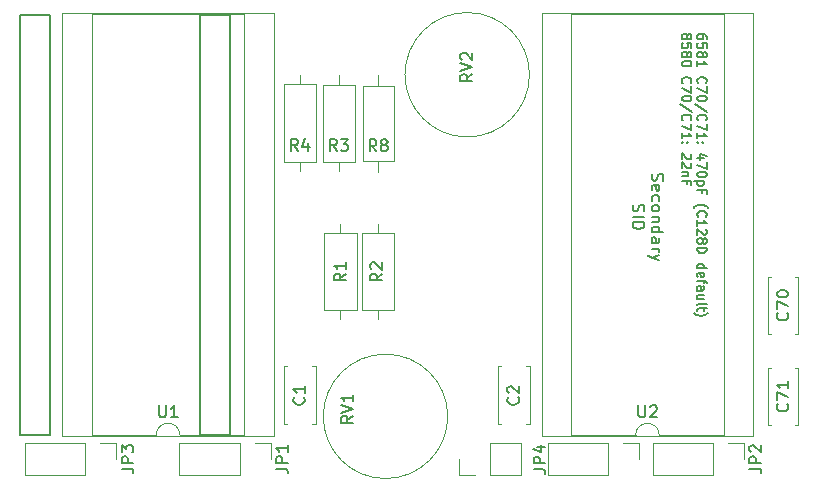
<source format=gto>
G04 #@! TF.GenerationSoftware,KiCad,Pcbnew,(6.0.5)*
G04 #@! TF.CreationDate,2023-10-24T22:29:54+02:00*
G04 #@! TF.ProjectId,C128DCR Dual SID,43313238-4443-4522-9044-75616c205349,D*
G04 #@! TF.SameCoordinates,Original*
G04 #@! TF.FileFunction,Legend,Top*
G04 #@! TF.FilePolarity,Positive*
%FSLAX46Y46*%
G04 Gerber Fmt 4.6, Leading zero omitted, Abs format (unit mm)*
G04 Created by KiCad (PCBNEW (6.0.5)) date 2023-10-24 22:29:54*
%MOMM*%
%LPD*%
G01*
G04 APERTURE LIST*
%ADD10C,0.150000*%
%ADD11C,0.120000*%
%ADD12R,1.600000X1.600000*%
%ADD13O,1.600000X1.600000*%
%ADD14C,1.600000*%
%ADD15R,1.700000X1.700000*%
%ADD16O,1.700000X1.700000*%
%ADD17C,2.340000*%
%ADD18C,2.500000*%
G04 APERTURE END LIST*
D10*
X158896238Y-102452942D02*
X158848619Y-102595800D01*
X158848619Y-102833895D01*
X158896238Y-102929133D01*
X158943857Y-102976752D01*
X159039095Y-103024371D01*
X159134333Y-103024371D01*
X159229571Y-102976752D01*
X159277190Y-102929133D01*
X159324809Y-102833895D01*
X159372428Y-102643419D01*
X159420047Y-102548180D01*
X159467666Y-102500561D01*
X159562904Y-102452942D01*
X159658142Y-102452942D01*
X159753380Y-102500561D01*
X159801000Y-102548180D01*
X159848619Y-102643419D01*
X159848619Y-102881514D01*
X159801000Y-103024371D01*
X158896238Y-103833895D02*
X158848619Y-103738657D01*
X158848619Y-103548180D01*
X158896238Y-103452942D01*
X158991476Y-103405323D01*
X159372428Y-103405323D01*
X159467666Y-103452942D01*
X159515285Y-103548180D01*
X159515285Y-103738657D01*
X159467666Y-103833895D01*
X159372428Y-103881514D01*
X159277190Y-103881514D01*
X159181952Y-103405323D01*
X158896238Y-104738657D02*
X158848619Y-104643419D01*
X158848619Y-104452942D01*
X158896238Y-104357704D01*
X158943857Y-104310085D01*
X159039095Y-104262466D01*
X159324809Y-104262466D01*
X159420047Y-104310085D01*
X159467666Y-104357704D01*
X159515285Y-104452942D01*
X159515285Y-104643419D01*
X159467666Y-104738657D01*
X158848619Y-105310085D02*
X158896238Y-105214847D01*
X158943857Y-105167228D01*
X159039095Y-105119609D01*
X159324809Y-105119609D01*
X159420047Y-105167228D01*
X159467666Y-105214847D01*
X159515285Y-105310085D01*
X159515285Y-105452942D01*
X159467666Y-105548180D01*
X159420047Y-105595800D01*
X159324809Y-105643419D01*
X159039095Y-105643419D01*
X158943857Y-105595800D01*
X158896238Y-105548180D01*
X158848619Y-105452942D01*
X158848619Y-105310085D01*
X159515285Y-106071990D02*
X158848619Y-106071990D01*
X159420047Y-106071990D02*
X159467666Y-106119609D01*
X159515285Y-106214847D01*
X159515285Y-106357704D01*
X159467666Y-106452942D01*
X159372428Y-106500561D01*
X158848619Y-106500561D01*
X158848619Y-107405323D02*
X159848619Y-107405323D01*
X158896238Y-107405323D02*
X158848619Y-107310085D01*
X158848619Y-107119609D01*
X158896238Y-107024371D01*
X158943857Y-106976752D01*
X159039095Y-106929133D01*
X159324809Y-106929133D01*
X159420047Y-106976752D01*
X159467666Y-107024371D01*
X159515285Y-107119609D01*
X159515285Y-107310085D01*
X159467666Y-107405323D01*
X158848619Y-108310085D02*
X159372428Y-108310085D01*
X159467666Y-108262466D01*
X159515285Y-108167228D01*
X159515285Y-107976752D01*
X159467666Y-107881514D01*
X158896238Y-108310085D02*
X158848619Y-108214847D01*
X158848619Y-107976752D01*
X158896238Y-107881514D01*
X158991476Y-107833895D01*
X159086714Y-107833895D01*
X159181952Y-107881514D01*
X159229571Y-107976752D01*
X159229571Y-108214847D01*
X159277190Y-108310085D01*
X158848619Y-108786276D02*
X159515285Y-108786276D01*
X159324809Y-108786276D02*
X159420047Y-108833895D01*
X159467666Y-108881514D01*
X159515285Y-108976752D01*
X159515285Y-109071990D01*
X159515285Y-109310085D02*
X158848619Y-109548180D01*
X159515285Y-109786276D02*
X158848619Y-109548180D01*
X158610523Y-109452942D01*
X158562904Y-109405323D01*
X158515285Y-109310085D01*
X157286238Y-105071990D02*
X157238619Y-105214847D01*
X157238619Y-105452942D01*
X157286238Y-105548180D01*
X157333857Y-105595800D01*
X157429095Y-105643419D01*
X157524333Y-105643419D01*
X157619571Y-105595800D01*
X157667190Y-105548180D01*
X157714809Y-105452942D01*
X157762428Y-105262466D01*
X157810047Y-105167228D01*
X157857666Y-105119609D01*
X157952904Y-105071990D01*
X158048142Y-105071990D01*
X158143380Y-105119609D01*
X158191000Y-105167228D01*
X158238619Y-105262466D01*
X158238619Y-105500561D01*
X158191000Y-105643419D01*
X157238619Y-106071990D02*
X158238619Y-106071990D01*
X157238619Y-106548180D02*
X158238619Y-106548180D01*
X158238619Y-106786276D01*
X158191000Y-106929133D01*
X158095761Y-107024371D01*
X158000523Y-107071990D01*
X157810047Y-107119609D01*
X157667190Y-107119609D01*
X157476714Y-107071990D01*
X157381476Y-107024371D01*
X157286238Y-106929133D01*
X157238619Y-106786276D01*
X157238619Y-106548180D01*
X163515095Y-91004033D02*
X163515095Y-90851652D01*
X163477000Y-90775461D01*
X163438904Y-90737366D01*
X163324619Y-90661176D01*
X163172238Y-90623080D01*
X162867476Y-90623080D01*
X162791285Y-90661176D01*
X162753190Y-90699271D01*
X162715095Y-90775461D01*
X162715095Y-90927842D01*
X162753190Y-91004033D01*
X162791285Y-91042128D01*
X162867476Y-91080223D01*
X163057952Y-91080223D01*
X163134142Y-91042128D01*
X163172238Y-91004033D01*
X163210333Y-90927842D01*
X163210333Y-90775461D01*
X163172238Y-90699271D01*
X163134142Y-90661176D01*
X163057952Y-90623080D01*
X163515095Y-91804033D02*
X163515095Y-91423080D01*
X163134142Y-91384985D01*
X163172238Y-91423080D01*
X163210333Y-91499271D01*
X163210333Y-91689747D01*
X163172238Y-91765938D01*
X163134142Y-91804033D01*
X163057952Y-91842128D01*
X162867476Y-91842128D01*
X162791285Y-91804033D01*
X162753190Y-91765938D01*
X162715095Y-91689747D01*
X162715095Y-91499271D01*
X162753190Y-91423080D01*
X162791285Y-91384985D01*
X163172238Y-92299271D02*
X163210333Y-92223080D01*
X163248428Y-92184985D01*
X163324619Y-92146890D01*
X163362714Y-92146890D01*
X163438904Y-92184985D01*
X163477000Y-92223080D01*
X163515095Y-92299271D01*
X163515095Y-92451652D01*
X163477000Y-92527842D01*
X163438904Y-92565938D01*
X163362714Y-92604033D01*
X163324619Y-92604033D01*
X163248428Y-92565938D01*
X163210333Y-92527842D01*
X163172238Y-92451652D01*
X163172238Y-92299271D01*
X163134142Y-92223080D01*
X163096047Y-92184985D01*
X163019857Y-92146890D01*
X162867476Y-92146890D01*
X162791285Y-92184985D01*
X162753190Y-92223080D01*
X162715095Y-92299271D01*
X162715095Y-92451652D01*
X162753190Y-92527842D01*
X162791285Y-92565938D01*
X162867476Y-92604033D01*
X163019857Y-92604033D01*
X163096047Y-92565938D01*
X163134142Y-92527842D01*
X163172238Y-92451652D01*
X162715095Y-93365938D02*
X162715095Y-92908795D01*
X162715095Y-93137366D02*
X163515095Y-93137366D01*
X163400809Y-93061176D01*
X163324619Y-92984985D01*
X163286523Y-92908795D01*
X162791285Y-94775461D02*
X162753190Y-94737366D01*
X162715095Y-94623080D01*
X162715095Y-94546890D01*
X162753190Y-94432604D01*
X162829380Y-94356414D01*
X162905571Y-94318319D01*
X163057952Y-94280223D01*
X163172238Y-94280223D01*
X163324619Y-94318319D01*
X163400809Y-94356414D01*
X163477000Y-94432604D01*
X163515095Y-94546890D01*
X163515095Y-94623080D01*
X163477000Y-94737366D01*
X163438904Y-94775461D01*
X163515095Y-95042128D02*
X163515095Y-95575461D01*
X162715095Y-95232604D01*
X163515095Y-96032604D02*
X163515095Y-96108795D01*
X163477000Y-96184985D01*
X163438904Y-96223080D01*
X163362714Y-96261176D01*
X163210333Y-96299271D01*
X163019857Y-96299271D01*
X162867476Y-96261176D01*
X162791285Y-96223080D01*
X162753190Y-96184985D01*
X162715095Y-96108795D01*
X162715095Y-96032604D01*
X162753190Y-95956414D01*
X162791285Y-95918319D01*
X162867476Y-95880223D01*
X163019857Y-95842128D01*
X163210333Y-95842128D01*
X163362714Y-95880223D01*
X163438904Y-95918319D01*
X163477000Y-95956414D01*
X163515095Y-96032604D01*
X163553190Y-97213557D02*
X162524619Y-96527842D01*
X162791285Y-97937366D02*
X162753190Y-97899271D01*
X162715095Y-97784985D01*
X162715095Y-97708795D01*
X162753190Y-97594509D01*
X162829380Y-97518319D01*
X162905571Y-97480223D01*
X163057952Y-97442128D01*
X163172238Y-97442128D01*
X163324619Y-97480223D01*
X163400809Y-97518319D01*
X163477000Y-97594509D01*
X163515095Y-97708795D01*
X163515095Y-97784985D01*
X163477000Y-97899271D01*
X163438904Y-97937366D01*
X163515095Y-98204033D02*
X163515095Y-98737366D01*
X162715095Y-98394509D01*
X162715095Y-99461176D02*
X162715095Y-99004033D01*
X162715095Y-99232604D02*
X163515095Y-99232604D01*
X163400809Y-99156414D01*
X163324619Y-99080223D01*
X163286523Y-99004033D01*
X162791285Y-99804033D02*
X162753190Y-99842128D01*
X162715095Y-99804033D01*
X162753190Y-99765938D01*
X162791285Y-99804033D01*
X162715095Y-99804033D01*
X163210333Y-99804033D02*
X163172238Y-99842128D01*
X163134142Y-99804033D01*
X163172238Y-99765938D01*
X163210333Y-99804033D01*
X163134142Y-99804033D01*
X163248428Y-101137366D02*
X162715095Y-101137366D01*
X163553190Y-100946890D02*
X162981761Y-100756414D01*
X162981761Y-101251652D01*
X163515095Y-101480223D02*
X163515095Y-102013557D01*
X162715095Y-101670700D01*
X163515095Y-102470700D02*
X163515095Y-102546890D01*
X163477000Y-102623080D01*
X163438904Y-102661176D01*
X163362714Y-102699271D01*
X163210333Y-102737366D01*
X163019857Y-102737366D01*
X162867476Y-102699271D01*
X162791285Y-102661176D01*
X162753190Y-102623080D01*
X162715095Y-102546890D01*
X162715095Y-102470700D01*
X162753190Y-102394509D01*
X162791285Y-102356414D01*
X162867476Y-102318319D01*
X163019857Y-102280223D01*
X163210333Y-102280223D01*
X163362714Y-102318319D01*
X163438904Y-102356414D01*
X163477000Y-102394509D01*
X163515095Y-102470700D01*
X163248428Y-103080223D02*
X162448428Y-103080223D01*
X163210333Y-103080223D02*
X163248428Y-103156414D01*
X163248428Y-103308795D01*
X163210333Y-103384985D01*
X163172238Y-103423080D01*
X163096047Y-103461176D01*
X162867476Y-103461176D01*
X162791285Y-103423080D01*
X162753190Y-103384985D01*
X162715095Y-103308795D01*
X162715095Y-103156414D01*
X162753190Y-103080223D01*
X163134142Y-104070700D02*
X163134142Y-103804033D01*
X162715095Y-103804033D02*
X163515095Y-103804033D01*
X163515095Y-104184985D01*
X162410333Y-105327842D02*
X162448428Y-105289747D01*
X162562714Y-105213557D01*
X162638904Y-105175461D01*
X162753190Y-105137366D01*
X162943666Y-105099271D01*
X163096047Y-105099271D01*
X163286523Y-105137366D01*
X163400809Y-105175461D01*
X163477000Y-105213557D01*
X163591285Y-105289747D01*
X163629380Y-105327842D01*
X162791285Y-106089747D02*
X162753190Y-106051652D01*
X162715095Y-105937366D01*
X162715095Y-105861176D01*
X162753190Y-105746890D01*
X162829380Y-105670700D01*
X162905571Y-105632604D01*
X163057952Y-105594509D01*
X163172238Y-105594509D01*
X163324619Y-105632604D01*
X163400809Y-105670700D01*
X163477000Y-105746890D01*
X163515095Y-105861176D01*
X163515095Y-105937366D01*
X163477000Y-106051652D01*
X163438904Y-106089747D01*
X162715095Y-106851652D02*
X162715095Y-106394509D01*
X162715095Y-106623080D02*
X163515095Y-106623080D01*
X163400809Y-106546890D01*
X163324619Y-106470700D01*
X163286523Y-106394509D01*
X163438904Y-107156414D02*
X163477000Y-107194509D01*
X163515095Y-107270700D01*
X163515095Y-107461176D01*
X163477000Y-107537366D01*
X163438904Y-107575461D01*
X163362714Y-107613557D01*
X163286523Y-107613557D01*
X163172238Y-107575461D01*
X162715095Y-107118319D01*
X162715095Y-107613557D01*
X163172238Y-108070700D02*
X163210333Y-107994509D01*
X163248428Y-107956414D01*
X163324619Y-107918319D01*
X163362714Y-107918319D01*
X163438904Y-107956414D01*
X163477000Y-107994509D01*
X163515095Y-108070700D01*
X163515095Y-108223080D01*
X163477000Y-108299271D01*
X163438904Y-108337366D01*
X163362714Y-108375461D01*
X163324619Y-108375461D01*
X163248428Y-108337366D01*
X163210333Y-108299271D01*
X163172238Y-108223080D01*
X163172238Y-108070700D01*
X163134142Y-107994509D01*
X163096047Y-107956414D01*
X163019857Y-107918319D01*
X162867476Y-107918319D01*
X162791285Y-107956414D01*
X162753190Y-107994509D01*
X162715095Y-108070700D01*
X162715095Y-108223080D01*
X162753190Y-108299271D01*
X162791285Y-108337366D01*
X162867476Y-108375461D01*
X163019857Y-108375461D01*
X163096047Y-108337366D01*
X163134142Y-108299271D01*
X163172238Y-108223080D01*
X162715095Y-108718319D02*
X163515095Y-108718319D01*
X163515095Y-108908795D01*
X163477000Y-109023080D01*
X163400809Y-109099271D01*
X163324619Y-109137366D01*
X163172238Y-109175461D01*
X163057952Y-109175461D01*
X162905571Y-109137366D01*
X162829380Y-109099271D01*
X162753190Y-109023080D01*
X162715095Y-108908795D01*
X162715095Y-108718319D01*
X162715095Y-110470700D02*
X163515095Y-110470700D01*
X162753190Y-110470700D02*
X162715095Y-110394509D01*
X162715095Y-110242128D01*
X162753190Y-110165938D01*
X162791285Y-110127842D01*
X162867476Y-110089747D01*
X163096047Y-110089747D01*
X163172238Y-110127842D01*
X163210333Y-110165938D01*
X163248428Y-110242128D01*
X163248428Y-110394509D01*
X163210333Y-110470700D01*
X162753190Y-111156414D02*
X162715095Y-111080223D01*
X162715095Y-110927842D01*
X162753190Y-110851652D01*
X162829380Y-110813557D01*
X163134142Y-110813557D01*
X163210333Y-110851652D01*
X163248428Y-110927842D01*
X163248428Y-111080223D01*
X163210333Y-111156414D01*
X163134142Y-111194509D01*
X163057952Y-111194509D01*
X162981761Y-110813557D01*
X163248428Y-111423080D02*
X163248428Y-111727842D01*
X162715095Y-111537366D02*
X163400809Y-111537366D01*
X163477000Y-111575461D01*
X163515095Y-111651652D01*
X163515095Y-111727842D01*
X162715095Y-112337366D02*
X163134142Y-112337366D01*
X163210333Y-112299271D01*
X163248428Y-112223080D01*
X163248428Y-112070700D01*
X163210333Y-111994509D01*
X162753190Y-112337366D02*
X162715095Y-112261176D01*
X162715095Y-112070700D01*
X162753190Y-111994509D01*
X162829380Y-111956414D01*
X162905571Y-111956414D01*
X162981761Y-111994509D01*
X163019857Y-112070700D01*
X163019857Y-112261176D01*
X163057952Y-112337366D01*
X163248428Y-113061176D02*
X162715095Y-113061176D01*
X163248428Y-112718319D02*
X162829380Y-112718319D01*
X162753190Y-112756414D01*
X162715095Y-112832604D01*
X162715095Y-112946890D01*
X162753190Y-113023080D01*
X162791285Y-113061176D01*
X162715095Y-113556414D02*
X162753190Y-113480223D01*
X162829380Y-113442128D01*
X163515095Y-113442128D01*
X163248428Y-113746890D02*
X163248428Y-114051652D01*
X163515095Y-113861176D02*
X162829380Y-113861176D01*
X162753190Y-113899271D01*
X162715095Y-113975461D01*
X162715095Y-114051652D01*
X162410333Y-114242128D02*
X162448428Y-114280223D01*
X162562714Y-114356414D01*
X162638904Y-114394509D01*
X162753190Y-114432604D01*
X162943666Y-114470700D01*
X163096047Y-114470700D01*
X163286523Y-114432604D01*
X163400809Y-114394509D01*
X163477000Y-114356414D01*
X163591285Y-114280223D01*
X163629380Y-114242128D01*
X161884238Y-90775461D02*
X161922333Y-90699271D01*
X161960428Y-90661176D01*
X162036619Y-90623080D01*
X162074714Y-90623080D01*
X162150904Y-90661176D01*
X162189000Y-90699271D01*
X162227095Y-90775461D01*
X162227095Y-90927842D01*
X162189000Y-91004033D01*
X162150904Y-91042128D01*
X162074714Y-91080223D01*
X162036619Y-91080223D01*
X161960428Y-91042128D01*
X161922333Y-91004033D01*
X161884238Y-90927842D01*
X161884238Y-90775461D01*
X161846142Y-90699271D01*
X161808047Y-90661176D01*
X161731857Y-90623080D01*
X161579476Y-90623080D01*
X161503285Y-90661176D01*
X161465190Y-90699271D01*
X161427095Y-90775461D01*
X161427095Y-90927842D01*
X161465190Y-91004033D01*
X161503285Y-91042128D01*
X161579476Y-91080223D01*
X161731857Y-91080223D01*
X161808047Y-91042128D01*
X161846142Y-91004033D01*
X161884238Y-90927842D01*
X162227095Y-91804033D02*
X162227095Y-91423080D01*
X161846142Y-91384985D01*
X161884238Y-91423080D01*
X161922333Y-91499271D01*
X161922333Y-91689747D01*
X161884238Y-91765938D01*
X161846142Y-91804033D01*
X161769952Y-91842128D01*
X161579476Y-91842128D01*
X161503285Y-91804033D01*
X161465190Y-91765938D01*
X161427095Y-91689747D01*
X161427095Y-91499271D01*
X161465190Y-91423080D01*
X161503285Y-91384985D01*
X161884238Y-92299271D02*
X161922333Y-92223080D01*
X161960428Y-92184985D01*
X162036619Y-92146890D01*
X162074714Y-92146890D01*
X162150904Y-92184985D01*
X162189000Y-92223080D01*
X162227095Y-92299271D01*
X162227095Y-92451652D01*
X162189000Y-92527842D01*
X162150904Y-92565938D01*
X162074714Y-92604033D01*
X162036619Y-92604033D01*
X161960428Y-92565938D01*
X161922333Y-92527842D01*
X161884238Y-92451652D01*
X161884238Y-92299271D01*
X161846142Y-92223080D01*
X161808047Y-92184985D01*
X161731857Y-92146890D01*
X161579476Y-92146890D01*
X161503285Y-92184985D01*
X161465190Y-92223080D01*
X161427095Y-92299271D01*
X161427095Y-92451652D01*
X161465190Y-92527842D01*
X161503285Y-92565938D01*
X161579476Y-92604033D01*
X161731857Y-92604033D01*
X161808047Y-92565938D01*
X161846142Y-92527842D01*
X161884238Y-92451652D01*
X162227095Y-93099271D02*
X162227095Y-93175461D01*
X162189000Y-93251652D01*
X162150904Y-93289747D01*
X162074714Y-93327842D01*
X161922333Y-93365938D01*
X161731857Y-93365938D01*
X161579476Y-93327842D01*
X161503285Y-93289747D01*
X161465190Y-93251652D01*
X161427095Y-93175461D01*
X161427095Y-93099271D01*
X161465190Y-93023080D01*
X161503285Y-92984985D01*
X161579476Y-92946890D01*
X161731857Y-92908795D01*
X161922333Y-92908795D01*
X162074714Y-92946890D01*
X162150904Y-92984985D01*
X162189000Y-93023080D01*
X162227095Y-93099271D01*
X161503285Y-94775461D02*
X161465190Y-94737366D01*
X161427095Y-94623080D01*
X161427095Y-94546890D01*
X161465190Y-94432604D01*
X161541380Y-94356414D01*
X161617571Y-94318319D01*
X161769952Y-94280223D01*
X161884238Y-94280223D01*
X162036619Y-94318319D01*
X162112809Y-94356414D01*
X162189000Y-94432604D01*
X162227095Y-94546890D01*
X162227095Y-94623080D01*
X162189000Y-94737366D01*
X162150904Y-94775461D01*
X162227095Y-95042128D02*
X162227095Y-95575461D01*
X161427095Y-95232604D01*
X162227095Y-96032604D02*
X162227095Y-96108795D01*
X162189000Y-96184985D01*
X162150904Y-96223080D01*
X162074714Y-96261176D01*
X161922333Y-96299271D01*
X161731857Y-96299271D01*
X161579476Y-96261176D01*
X161503285Y-96223080D01*
X161465190Y-96184985D01*
X161427095Y-96108795D01*
X161427095Y-96032604D01*
X161465190Y-95956414D01*
X161503285Y-95918319D01*
X161579476Y-95880223D01*
X161731857Y-95842128D01*
X161922333Y-95842128D01*
X162074714Y-95880223D01*
X162150904Y-95918319D01*
X162189000Y-95956414D01*
X162227095Y-96032604D01*
X162265190Y-97213557D02*
X161236619Y-96527842D01*
X161503285Y-97937366D02*
X161465190Y-97899271D01*
X161427095Y-97784985D01*
X161427095Y-97708795D01*
X161465190Y-97594509D01*
X161541380Y-97518319D01*
X161617571Y-97480223D01*
X161769952Y-97442128D01*
X161884238Y-97442128D01*
X162036619Y-97480223D01*
X162112809Y-97518319D01*
X162189000Y-97594509D01*
X162227095Y-97708795D01*
X162227095Y-97784985D01*
X162189000Y-97899271D01*
X162150904Y-97937366D01*
X162227095Y-98204033D02*
X162227095Y-98737366D01*
X161427095Y-98394509D01*
X161427095Y-99461176D02*
X161427095Y-99004033D01*
X161427095Y-99232604D02*
X162227095Y-99232604D01*
X162112809Y-99156414D01*
X162036619Y-99080223D01*
X161998523Y-99004033D01*
X161503285Y-99804033D02*
X161465190Y-99842128D01*
X161427095Y-99804033D01*
X161465190Y-99765938D01*
X161503285Y-99804033D01*
X161427095Y-99804033D01*
X161922333Y-99804033D02*
X161884238Y-99842128D01*
X161846142Y-99804033D01*
X161884238Y-99765938D01*
X161922333Y-99804033D01*
X161846142Y-99804033D01*
X162150904Y-100756414D02*
X162189000Y-100794509D01*
X162227095Y-100870700D01*
X162227095Y-101061176D01*
X162189000Y-101137366D01*
X162150904Y-101175461D01*
X162074714Y-101213557D01*
X161998523Y-101213557D01*
X161884238Y-101175461D01*
X161427095Y-100718319D01*
X161427095Y-101213557D01*
X162150904Y-101518319D02*
X162189000Y-101556414D01*
X162227095Y-101632604D01*
X162227095Y-101823080D01*
X162189000Y-101899271D01*
X162150904Y-101937366D01*
X162074714Y-101975461D01*
X161998523Y-101975461D01*
X161884238Y-101937366D01*
X161427095Y-101480223D01*
X161427095Y-101975461D01*
X161960428Y-102318319D02*
X161427095Y-102318319D01*
X161884238Y-102318319D02*
X161922333Y-102356414D01*
X161960428Y-102432604D01*
X161960428Y-102546890D01*
X161922333Y-102623080D01*
X161846142Y-102661176D01*
X161427095Y-102661176D01*
X161846142Y-103308795D02*
X161846142Y-103042128D01*
X161427095Y-103042128D02*
X162227095Y-103042128D01*
X162227095Y-103423080D01*
X170333942Y-114231657D02*
X170381561Y-114279276D01*
X170429180Y-114422133D01*
X170429180Y-114517371D01*
X170381561Y-114660228D01*
X170286323Y-114755466D01*
X170191085Y-114803085D01*
X170000609Y-114850704D01*
X169857752Y-114850704D01*
X169667276Y-114803085D01*
X169572038Y-114755466D01*
X169476800Y-114660228D01*
X169429180Y-114517371D01*
X169429180Y-114422133D01*
X169476800Y-114279276D01*
X169524419Y-114231657D01*
X169429180Y-113898323D02*
X169429180Y-113231657D01*
X170429180Y-113660228D01*
X169429180Y-112660228D02*
X169429180Y-112564990D01*
X169476800Y-112469752D01*
X169524419Y-112422133D01*
X169619657Y-112374514D01*
X169810133Y-112326895D01*
X170048228Y-112326895D01*
X170238704Y-112374514D01*
X170333942Y-112422133D01*
X170381561Y-112469752D01*
X170429180Y-112564990D01*
X170429180Y-112660228D01*
X170381561Y-112755466D01*
X170333942Y-112803085D01*
X170238704Y-112850704D01*
X170048228Y-112898323D01*
X169810133Y-112898323D01*
X169619657Y-112850704D01*
X169524419Y-112803085D01*
X169476800Y-112755466D01*
X169429180Y-112660228D01*
X170333942Y-121927857D02*
X170381561Y-121975476D01*
X170429180Y-122118333D01*
X170429180Y-122213571D01*
X170381561Y-122356428D01*
X170286323Y-122451666D01*
X170191085Y-122499285D01*
X170000609Y-122546904D01*
X169857752Y-122546904D01*
X169667276Y-122499285D01*
X169572038Y-122451666D01*
X169476800Y-122356428D01*
X169429180Y-122213571D01*
X169429180Y-122118333D01*
X169476800Y-121975476D01*
X169524419Y-121927857D01*
X169429180Y-121594523D02*
X169429180Y-120927857D01*
X170429180Y-121356428D01*
X170429180Y-120023095D02*
X170429180Y-120594523D01*
X170429180Y-120308809D02*
X169429180Y-120308809D01*
X169572038Y-120404047D01*
X169667276Y-120499285D01*
X169714895Y-120594523D01*
X135545533Y-100548380D02*
X135212200Y-100072190D01*
X134974104Y-100548380D02*
X134974104Y-99548380D01*
X135355057Y-99548380D01*
X135450295Y-99596000D01*
X135497914Y-99643619D01*
X135545533Y-99738857D01*
X135545533Y-99881714D01*
X135497914Y-99976952D01*
X135450295Y-100024571D01*
X135355057Y-100072190D01*
X134974104Y-100072190D01*
X136116961Y-99976952D02*
X136021723Y-99929333D01*
X135974104Y-99881714D01*
X135926485Y-99786476D01*
X135926485Y-99738857D01*
X135974104Y-99643619D01*
X136021723Y-99596000D01*
X136116961Y-99548380D01*
X136307438Y-99548380D01*
X136402676Y-99596000D01*
X136450295Y-99643619D01*
X136497914Y-99738857D01*
X136497914Y-99786476D01*
X136450295Y-99881714D01*
X136402676Y-99929333D01*
X136307438Y-99976952D01*
X136116961Y-99976952D01*
X136021723Y-100024571D01*
X135974104Y-100072190D01*
X135926485Y-100167428D01*
X135926485Y-100357904D01*
X135974104Y-100453142D01*
X136021723Y-100500761D01*
X136116961Y-100548380D01*
X136307438Y-100548380D01*
X136402676Y-100500761D01*
X136450295Y-100453142D01*
X136497914Y-100357904D01*
X136497914Y-100167428D01*
X136450295Y-100072190D01*
X136402676Y-100024571D01*
X136307438Y-99976952D01*
X117149895Y-122073180D02*
X117149895Y-122882704D01*
X117197514Y-122977942D01*
X117245133Y-123025561D01*
X117340371Y-123073180D01*
X117530847Y-123073180D01*
X117626085Y-123025561D01*
X117673704Y-122977942D01*
X117721323Y-122882704D01*
X117721323Y-122073180D01*
X118721323Y-123073180D02*
X118149895Y-123073180D01*
X118435609Y-123073180D02*
X118435609Y-122073180D01*
X118340371Y-122216038D01*
X118245133Y-122311276D01*
X118149895Y-122358895D01*
X157739095Y-122073180D02*
X157739095Y-122882704D01*
X157786714Y-122977942D01*
X157834333Y-123025561D01*
X157929571Y-123073180D01*
X158120047Y-123073180D01*
X158215285Y-123025561D01*
X158262904Y-122977942D01*
X158310523Y-122882704D01*
X158310523Y-122073180D01*
X158739095Y-122168419D02*
X158786714Y-122120800D01*
X158881952Y-122073180D01*
X159120047Y-122073180D01*
X159215285Y-122120800D01*
X159262904Y-122168419D01*
X159310523Y-122263657D01*
X159310523Y-122358895D01*
X159262904Y-122501752D01*
X158691476Y-123073180D01*
X159310523Y-123073180D01*
X127055180Y-127426933D02*
X127769466Y-127426933D01*
X127912323Y-127474552D01*
X128007561Y-127569790D01*
X128055180Y-127712647D01*
X128055180Y-127807885D01*
X128055180Y-126950742D02*
X127055180Y-126950742D01*
X127055180Y-126569790D01*
X127102800Y-126474552D01*
X127150419Y-126426933D01*
X127245657Y-126379314D01*
X127388514Y-126379314D01*
X127483752Y-126426933D01*
X127531371Y-126474552D01*
X127578990Y-126569790D01*
X127578990Y-126950742D01*
X128055180Y-125426933D02*
X128055180Y-125998361D01*
X128055180Y-125712647D02*
X127055180Y-125712647D01*
X127198038Y-125807885D01*
X127293276Y-125903123D01*
X127340895Y-125998361D01*
X132964180Y-110910666D02*
X132487990Y-111244000D01*
X132964180Y-111482095D02*
X131964180Y-111482095D01*
X131964180Y-111101142D01*
X132011800Y-111005904D01*
X132059419Y-110958285D01*
X132154657Y-110910666D01*
X132297514Y-110910666D01*
X132392752Y-110958285D01*
X132440371Y-111005904D01*
X132487990Y-111101142D01*
X132487990Y-111482095D01*
X132964180Y-109958285D02*
X132964180Y-110529714D01*
X132964180Y-110244000D02*
X131964180Y-110244000D01*
X132107038Y-110339238D01*
X132202276Y-110434476D01*
X132249895Y-110529714D01*
X136037580Y-110910666D02*
X135561390Y-111244000D01*
X136037580Y-111482095D02*
X135037580Y-111482095D01*
X135037580Y-111101142D01*
X135085200Y-111005904D01*
X135132819Y-110958285D01*
X135228057Y-110910666D01*
X135370914Y-110910666D01*
X135466152Y-110958285D01*
X135513771Y-111005904D01*
X135561390Y-111101142D01*
X135561390Y-111482095D01*
X135132819Y-110529714D02*
X135085200Y-110482095D01*
X135037580Y-110386857D01*
X135037580Y-110148761D01*
X135085200Y-110053523D01*
X135132819Y-110005904D01*
X135228057Y-109958285D01*
X135323295Y-109958285D01*
X135466152Y-110005904D01*
X136037580Y-110577333D01*
X136037580Y-109958285D01*
X132192733Y-100528380D02*
X131859400Y-100052190D01*
X131621304Y-100528380D02*
X131621304Y-99528380D01*
X132002257Y-99528380D01*
X132097495Y-99576000D01*
X132145114Y-99623619D01*
X132192733Y-99718857D01*
X132192733Y-99861714D01*
X132145114Y-99956952D01*
X132097495Y-100004571D01*
X132002257Y-100052190D01*
X131621304Y-100052190D01*
X132526066Y-99528380D02*
X133145114Y-99528380D01*
X132811780Y-99909333D01*
X132954638Y-99909333D01*
X133049876Y-99956952D01*
X133097495Y-100004571D01*
X133145114Y-100099809D01*
X133145114Y-100337904D01*
X133097495Y-100433142D01*
X133049876Y-100480761D01*
X132954638Y-100528380D01*
X132668923Y-100528380D01*
X132573685Y-100480761D01*
X132526066Y-100433142D01*
X128890733Y-100502980D02*
X128557400Y-100026790D01*
X128319304Y-100502980D02*
X128319304Y-99502980D01*
X128700257Y-99502980D01*
X128795495Y-99550600D01*
X128843114Y-99598219D01*
X128890733Y-99693457D01*
X128890733Y-99836314D01*
X128843114Y-99931552D01*
X128795495Y-99979171D01*
X128700257Y-100026790D01*
X128319304Y-100026790D01*
X129747876Y-99836314D02*
X129747876Y-100502980D01*
X129509780Y-99455361D02*
X129271685Y-100169647D01*
X129890733Y-100169647D01*
X133559580Y-122953838D02*
X133083390Y-123287171D01*
X133559580Y-123525266D02*
X132559580Y-123525266D01*
X132559580Y-123144314D01*
X132607200Y-123049076D01*
X132654819Y-123001457D01*
X132750057Y-122953838D01*
X132892914Y-122953838D01*
X132988152Y-123001457D01*
X133035771Y-123049076D01*
X133083390Y-123144314D01*
X133083390Y-123525266D01*
X132559580Y-122668123D02*
X133559580Y-122334790D01*
X132559580Y-122001457D01*
X133559580Y-121144314D02*
X133559580Y-121715742D01*
X133559580Y-121430028D02*
X132559580Y-121430028D01*
X132702438Y-121525266D01*
X132797676Y-121620504D01*
X132845295Y-121715742D01*
X113974180Y-127426933D02*
X114688466Y-127426933D01*
X114831323Y-127474552D01*
X114926561Y-127569790D01*
X114974180Y-127712647D01*
X114974180Y-127807885D01*
X114974180Y-126950742D02*
X113974180Y-126950742D01*
X113974180Y-126569790D01*
X114021800Y-126474552D01*
X114069419Y-126426933D01*
X114164657Y-126379314D01*
X114307514Y-126379314D01*
X114402752Y-126426933D01*
X114450371Y-126474552D01*
X114497990Y-126569790D01*
X114497990Y-126950742D01*
X113974180Y-126045980D02*
X113974180Y-125426933D01*
X114355133Y-125760266D01*
X114355133Y-125617409D01*
X114402752Y-125522171D01*
X114450371Y-125474552D01*
X114545609Y-125426933D01*
X114783704Y-125426933D01*
X114878942Y-125474552D01*
X114926561Y-125522171D01*
X114974180Y-125617409D01*
X114974180Y-125903123D01*
X114926561Y-125998361D01*
X114878942Y-126045980D01*
X167136380Y-127426933D02*
X167850666Y-127426933D01*
X167993523Y-127474552D01*
X168088761Y-127569790D01*
X168136380Y-127712647D01*
X168136380Y-127807885D01*
X168136380Y-126950742D02*
X167136380Y-126950742D01*
X167136380Y-126569790D01*
X167184000Y-126474552D01*
X167231619Y-126426933D01*
X167326857Y-126379314D01*
X167469714Y-126379314D01*
X167564952Y-126426933D01*
X167612571Y-126474552D01*
X167660190Y-126569790D01*
X167660190Y-126950742D01*
X167231619Y-125998361D02*
X167184000Y-125950742D01*
X167136380Y-125855504D01*
X167136380Y-125617409D01*
X167184000Y-125522171D01*
X167231619Y-125474552D01*
X167326857Y-125426933D01*
X167422095Y-125426933D01*
X167564952Y-125474552D01*
X168136380Y-126045980D01*
X168136380Y-125426933D01*
X147550142Y-121375466D02*
X147597761Y-121423085D01*
X147645380Y-121565942D01*
X147645380Y-121661180D01*
X147597761Y-121804038D01*
X147502523Y-121899276D01*
X147407285Y-121946895D01*
X147216809Y-121994514D01*
X147073952Y-121994514D01*
X146883476Y-121946895D01*
X146788238Y-121899276D01*
X146693000Y-121804038D01*
X146645380Y-121661180D01*
X146645380Y-121565942D01*
X146693000Y-121423085D01*
X146740619Y-121375466D01*
X146740619Y-120994514D02*
X146693000Y-120946895D01*
X146645380Y-120851657D01*
X146645380Y-120613561D01*
X146693000Y-120518323D01*
X146740619Y-120470704D01*
X146835857Y-120423085D01*
X146931095Y-120423085D01*
X147073952Y-120470704D01*
X147645380Y-121042133D01*
X147645380Y-120423085D01*
X129414542Y-121375466D02*
X129462161Y-121423085D01*
X129509780Y-121565942D01*
X129509780Y-121661180D01*
X129462161Y-121804038D01*
X129366923Y-121899276D01*
X129271685Y-121946895D01*
X129081209Y-121994514D01*
X128938352Y-121994514D01*
X128747876Y-121946895D01*
X128652638Y-121899276D01*
X128557400Y-121804038D01*
X128509780Y-121661180D01*
X128509780Y-121565942D01*
X128557400Y-121423085D01*
X128605019Y-121375466D01*
X129509780Y-120423085D02*
X129509780Y-120994514D01*
X129509780Y-120708800D02*
X128509780Y-120708800D01*
X128652638Y-120804038D01*
X128747876Y-120899276D01*
X128795495Y-120994514D01*
X148855180Y-127452333D02*
X149569466Y-127452333D01*
X149712323Y-127499952D01*
X149807561Y-127595190D01*
X149855180Y-127738047D01*
X149855180Y-127833285D01*
X149855180Y-126976142D02*
X148855180Y-126976142D01*
X148855180Y-126595190D01*
X148902800Y-126499952D01*
X148950419Y-126452333D01*
X149045657Y-126404714D01*
X149188514Y-126404714D01*
X149283752Y-126452333D01*
X149331371Y-126499952D01*
X149378990Y-126595190D01*
X149378990Y-126976142D01*
X149188514Y-125547571D02*
X149855180Y-125547571D01*
X148807561Y-125785666D02*
X149521847Y-126023761D01*
X149521847Y-125404714D01*
X143668780Y-94027238D02*
X143192590Y-94360571D01*
X143668780Y-94598666D02*
X142668780Y-94598666D01*
X142668780Y-94217714D01*
X142716400Y-94122476D01*
X142764019Y-94074857D01*
X142859257Y-94027238D01*
X143002114Y-94027238D01*
X143097352Y-94074857D01*
X143144971Y-94122476D01*
X143192590Y-94217714D01*
X143192590Y-94598666D01*
X142668780Y-93741523D02*
X143668780Y-93408190D01*
X142668780Y-93074857D01*
X142764019Y-92789142D02*
X142716400Y-92741523D01*
X142668780Y-92646285D01*
X142668780Y-92408190D01*
X142716400Y-92312952D01*
X142764019Y-92265333D01*
X142859257Y-92217714D01*
X142954495Y-92217714D01*
X143097352Y-92265333D01*
X143668780Y-92836761D01*
X143668780Y-92217714D01*
X120650000Y-89027000D02*
X120650000Y-124587000D01*
X107950000Y-124587000D02*
X107950000Y-89027000D01*
X107950000Y-124587000D02*
X105410000Y-124587000D01*
X123190000Y-124587000D02*
X120650000Y-124587000D01*
X105410000Y-89027000D02*
X105410000Y-124587000D01*
X107950000Y-89027000D02*
X105410000Y-89027000D01*
X123190000Y-89027000D02*
X120650000Y-89027000D01*
X123190000Y-124587000D02*
X123190000Y-89027000D01*
D11*
X168666800Y-111218800D02*
X168980800Y-111218800D01*
X168666800Y-116038800D02*
X168980800Y-116038800D01*
X171286800Y-116038800D02*
X171286800Y-111218800D01*
X170972800Y-111218800D02*
X171286800Y-111218800D01*
X168666800Y-116038800D02*
X168666800Y-111218800D01*
X170972800Y-116038800D02*
X171286800Y-116038800D01*
X168666800Y-123735000D02*
X168666800Y-118915000D01*
X170972800Y-118915000D02*
X171286800Y-118915000D01*
X171286800Y-123735000D02*
X171286800Y-118915000D01*
X168666800Y-118915000D02*
X168980800Y-118915000D01*
X170972800Y-123735000D02*
X171286800Y-123735000D01*
X168666800Y-123735000D02*
X168980800Y-123735000D01*
X135712200Y-102291000D02*
X135712200Y-101401000D01*
X134402200Y-94981000D02*
X134402200Y-101401000D01*
X137022200Y-94981000D02*
X134402200Y-94981000D01*
X137022200Y-101401000D02*
X137022200Y-94981000D01*
X135712200Y-94091000D02*
X135712200Y-94981000D01*
X134402200Y-101401000D02*
X137022200Y-101401000D01*
X108961800Y-88845800D02*
X108961800Y-124645800D01*
X108961800Y-124645800D02*
X126861800Y-124645800D01*
X126861800Y-88845800D02*
X108961800Y-88845800D01*
X124371800Y-124585800D02*
X124371800Y-88905800D01*
X126861800Y-124645800D02*
X126861800Y-88845800D01*
X124371800Y-88905800D02*
X111451800Y-88905800D01*
X111451800Y-124585800D02*
X116911800Y-124585800D01*
X118911800Y-124585800D02*
X124371800Y-124585800D01*
X111451800Y-88905800D02*
X111451800Y-124585800D01*
X118911800Y-124585800D02*
G75*
G03*
X116911800Y-124585800I-1000000J0D01*
G01*
X152041000Y-88905800D02*
X152041000Y-124585800D01*
X164961000Y-88905800D02*
X152041000Y-88905800D01*
X149551000Y-88845800D02*
X149551000Y-124645800D01*
X164961000Y-124585800D02*
X164961000Y-88905800D01*
X159501000Y-124585800D02*
X164961000Y-124585800D01*
X167451000Y-88845800D02*
X149551000Y-88845800D01*
X149551000Y-124645800D02*
X167451000Y-124645800D01*
X167451000Y-124645800D02*
X167451000Y-88845800D01*
X152041000Y-124585800D02*
X157501000Y-124585800D01*
X159501000Y-124585800D02*
G75*
G03*
X157501000Y-124585800I-1000000J0D01*
G01*
X145181400Y-127923600D02*
X145181400Y-125263600D01*
X145181400Y-127923600D02*
X147781400Y-127923600D01*
X142581400Y-127923600D02*
X142581400Y-126593600D01*
X143911400Y-127923600D02*
X142581400Y-127923600D01*
X147781400Y-127923600D02*
X147781400Y-125263600D01*
X145181400Y-125263600D02*
X147781400Y-125263600D01*
X124002800Y-125263600D02*
X124002800Y-127923600D01*
X118862800Y-125263600D02*
X118862800Y-127923600D01*
X126602800Y-125263600D02*
X126602800Y-126593600D01*
X124002800Y-127923600D02*
X118862800Y-127923600D01*
X124002800Y-125263600D02*
X118862800Y-125263600D01*
X125272800Y-125263600D02*
X126602800Y-125263600D01*
X132511800Y-114784000D02*
X132511800Y-114014000D01*
X132511800Y-106704000D02*
X132511800Y-107474000D01*
X133881800Y-114014000D02*
X133881800Y-107474000D01*
X133881800Y-107474000D02*
X131141800Y-107474000D01*
X131141800Y-114014000D02*
X133881800Y-114014000D01*
X131141800Y-107474000D02*
X131141800Y-114014000D01*
X137082200Y-107474000D02*
X134342200Y-107474000D01*
X137082200Y-114014000D02*
X137082200Y-107474000D01*
X134342200Y-114014000D02*
X137082200Y-114014000D01*
X135712200Y-106704000D02*
X135712200Y-107474000D01*
X134342200Y-107474000D02*
X134342200Y-114014000D01*
X135712200Y-114784000D02*
X135712200Y-114014000D01*
X133729400Y-101441000D02*
X133729400Y-94901000D01*
X130989400Y-94901000D02*
X130989400Y-101441000D01*
X132359400Y-102211000D02*
X132359400Y-101441000D01*
X130989400Y-101441000D02*
X133729400Y-101441000D01*
X132359400Y-94131000D02*
X132359400Y-94901000D01*
X133729400Y-94901000D02*
X130989400Y-94901000D01*
X130427400Y-94875600D02*
X127687400Y-94875600D01*
X130427400Y-101415600D02*
X130427400Y-94875600D01*
X127687400Y-94875600D02*
X127687400Y-101415600D01*
X129057400Y-102185600D02*
X129057400Y-101415600D01*
X127687400Y-101415600D02*
X130427400Y-101415600D01*
X129057400Y-94105600D02*
X129057400Y-94875600D01*
X141592200Y-122992600D02*
G75*
G03*
X141592200Y-122992600I-5270000J0D01*
G01*
X112191800Y-125263600D02*
X113521800Y-125263600D01*
X110921800Y-127923600D02*
X105781800Y-127923600D01*
X105781800Y-125263600D02*
X105781800Y-127923600D01*
X110921800Y-125263600D02*
X105781800Y-125263600D01*
X110921800Y-125263600D02*
X110921800Y-127923600D01*
X113521800Y-125263600D02*
X113521800Y-126593600D01*
X164084000Y-125263600D02*
X164084000Y-127923600D01*
X164084000Y-125263600D02*
X158944000Y-125263600D01*
X166684000Y-125263600D02*
X166684000Y-126593600D01*
X164084000Y-127923600D02*
X158944000Y-127923600D01*
X165354000Y-125263600D02*
X166684000Y-125263600D01*
X158944000Y-125263600D02*
X158944000Y-127923600D01*
X146138000Y-123678800D02*
X145823000Y-123678800D01*
X145823000Y-118738800D02*
X145823000Y-123678800D01*
X148563000Y-123678800D02*
X148248000Y-123678800D01*
X148563000Y-118738800D02*
X148563000Y-123678800D01*
X146138000Y-118738800D02*
X145823000Y-118738800D01*
X148563000Y-118738800D02*
X148248000Y-118738800D01*
X130427400Y-123678800D02*
X130427400Y-118738800D01*
X130112400Y-123678800D02*
X130427400Y-123678800D01*
X127687400Y-123678800D02*
X127687400Y-118738800D01*
X130112400Y-118738800D02*
X130427400Y-118738800D01*
X127687400Y-118738800D02*
X128002400Y-118738800D01*
X127687400Y-123678800D02*
X128002400Y-123678800D01*
X150054000Y-125263600D02*
X150054000Y-127923600D01*
X157794000Y-125263600D02*
X157794000Y-126593600D01*
X156464000Y-125263600D02*
X157794000Y-125263600D01*
X155194000Y-125263600D02*
X150054000Y-125263600D01*
X155194000Y-125263600D02*
X155194000Y-127923600D01*
X155194000Y-127923600D02*
X150054000Y-127923600D01*
X148511400Y-94068000D02*
G75*
G03*
X148511400Y-94068000I-5270000J0D01*
G01*
%LPC*%
D12*
X121920000Y-123317000D03*
D13*
X121920000Y-120777000D03*
X121920000Y-118237000D03*
X121920000Y-115697000D03*
X121920000Y-113157000D03*
X121920000Y-110617000D03*
X121920000Y-108077000D03*
X121920000Y-105537000D03*
X121920000Y-102997000D03*
X121920000Y-100457000D03*
X121920000Y-97917000D03*
X121920000Y-95377000D03*
X121920000Y-92837000D03*
X121920000Y-90297000D03*
X106680000Y-90297000D03*
X106680000Y-92837000D03*
X106680000Y-95377000D03*
X106680000Y-97917000D03*
X106680000Y-100457000D03*
X106680000Y-102997000D03*
X106680000Y-105537000D03*
X106680000Y-108077000D03*
X106680000Y-110617000D03*
X106680000Y-113157000D03*
X106680000Y-115697000D03*
X106680000Y-118237000D03*
X106680000Y-120777000D03*
X106680000Y-123317000D03*
D14*
X169976800Y-116128800D03*
X169976800Y-111128800D03*
X169976800Y-123825000D03*
X169976800Y-118825000D03*
D13*
X135712200Y-93111000D03*
D14*
X135712200Y-103271000D03*
D12*
X125531800Y-123255800D03*
D13*
X125531800Y-120715800D03*
X125531800Y-118175800D03*
X125531800Y-115635800D03*
X125531800Y-113095800D03*
X125531800Y-110555800D03*
X125531800Y-108015800D03*
X125531800Y-105475800D03*
X125531800Y-102935800D03*
X125531800Y-100395800D03*
X125531800Y-97855800D03*
X125531800Y-95315800D03*
X125531800Y-92775800D03*
X125531800Y-90235800D03*
X110291800Y-90235800D03*
X110291800Y-92775800D03*
X110291800Y-95315800D03*
X110291800Y-97855800D03*
X110291800Y-100395800D03*
X110291800Y-102935800D03*
X110291800Y-105475800D03*
X110291800Y-108015800D03*
X110291800Y-110555800D03*
X110291800Y-113095800D03*
X110291800Y-115635800D03*
X110291800Y-118175800D03*
X110291800Y-120715800D03*
X110291800Y-123255800D03*
D12*
X166121000Y-123255800D03*
D13*
X166121000Y-120715800D03*
X166121000Y-118175800D03*
X166121000Y-115635800D03*
X166121000Y-113095800D03*
X166121000Y-110555800D03*
X166121000Y-108015800D03*
X166121000Y-105475800D03*
X166121000Y-102935800D03*
X166121000Y-100395800D03*
X166121000Y-97855800D03*
X166121000Y-95315800D03*
X166121000Y-92775800D03*
X166121000Y-90235800D03*
X150881000Y-90235800D03*
X150881000Y-92775800D03*
X150881000Y-95315800D03*
X150881000Y-97855800D03*
X150881000Y-100395800D03*
X150881000Y-102935800D03*
X150881000Y-105475800D03*
X150881000Y-108015800D03*
X150881000Y-110555800D03*
X150881000Y-113095800D03*
X150881000Y-115635800D03*
X150881000Y-118175800D03*
X150881000Y-120715800D03*
X150881000Y-123255800D03*
D15*
X143911400Y-126593600D03*
D16*
X146451400Y-126593600D03*
X120192800Y-126593600D03*
X122732800Y-126593600D03*
D15*
X125272800Y-126593600D03*
D14*
X132511800Y-115824000D03*
D13*
X132511800Y-105664000D03*
D14*
X135712200Y-115824000D03*
D13*
X135712200Y-105664000D03*
D14*
X132359400Y-93091000D03*
D13*
X132359400Y-103251000D03*
D14*
X129057400Y-103225600D03*
D13*
X129057400Y-93065600D03*
D17*
X138822200Y-125493600D03*
X136322200Y-120493600D03*
X133822200Y-125493600D03*
D15*
X112191800Y-126593600D03*
D16*
X109651800Y-126593600D03*
X107111800Y-126593600D03*
D15*
X165354000Y-126593600D03*
D16*
X162814000Y-126593600D03*
X160274000Y-126593600D03*
D14*
X147193000Y-118708800D03*
X147193000Y-123708800D03*
D18*
X143230600Y-106654600D03*
D14*
X129057400Y-123708800D03*
X129057400Y-118708800D03*
D18*
X170027600Y-91440000D03*
D15*
X156464000Y-126593600D03*
D16*
X153924000Y-126593600D03*
X151384000Y-126593600D03*
D17*
X140741400Y-91567000D03*
X143241400Y-96567000D03*
X145741400Y-91567000D03*
M02*

</source>
